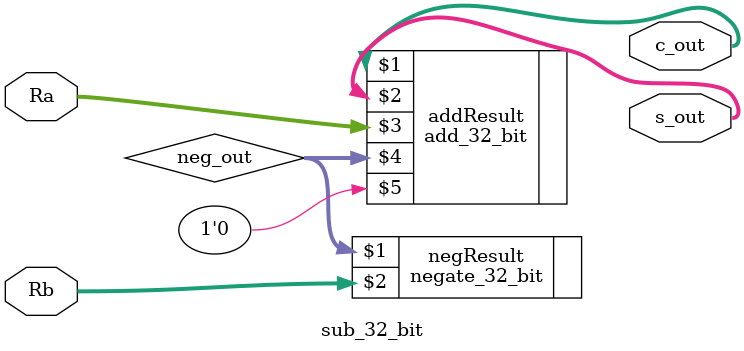
<source format=v>
module sub_32_bit(
    output wire[31:0] c_out,
    output wire[31:0] s_out,
    input wire[31:0] Ra,
    input wire[31:0] Rb 
);

wire [31:0] neg_out;
negate_32_bit negResult(neg_out, Rb);
add_32_bit addResult(c_out, s_out, Ra, neg_out, 1'b0);
endmodule
</source>
